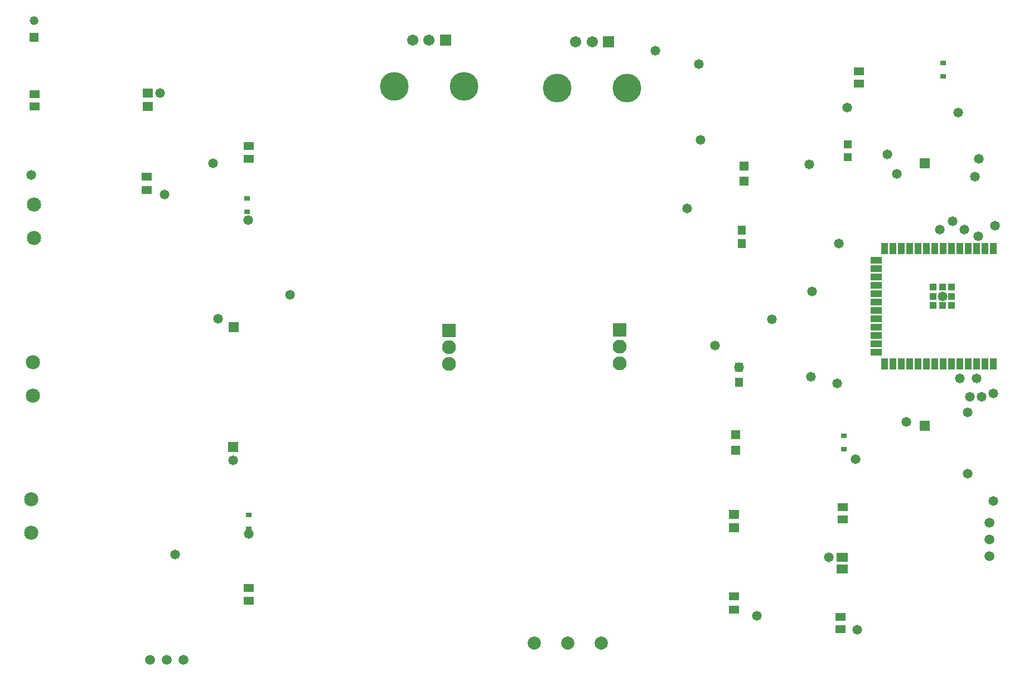
<source format=gts>
G04*
G04 #@! TF.GenerationSoftware,Altium Limited,Altium Designer,25.4.2 (15)*
G04*
G04 Layer_Color=8388736*
%FSLAX44Y44*%
%MOMM*%
G71*
G04*
G04 #@! TF.SameCoordinates,4A3AD181-7CB4-4688-AC2E-BB694ACB6322*
G04*
G04*
G04 #@! TF.FilePolarity,Negative*
G04*
G01*
G75*
%ADD16R,1.4986X1.3208*%
%ADD22R,1.4986X1.2700*%
%ADD23R,0.9398X0.7620*%
%ADD25R,1.2508X1.2088*%
%ADD28R,1.1032X1.7032*%
%ADD29R,1.7032X1.1032*%
%ADD30R,1.1032X1.1032*%
%ADD31R,1.1532X1.4032*%
%ADD32R,1.3032X1.4532*%
%ADD33R,1.6532X1.3532*%
%ADD34R,1.6032X1.2532*%
%ADD35R,1.3532X1.3532*%
%ADD36C,1.4986*%
%ADD37R,2.1232X2.1232*%
%ADD38C,2.1232*%
%ADD39R,1.4986X1.4986*%
%ADD40R,1.4986X1.4986*%
%ADD41R,1.3208X1.3208*%
%ADD42C,1.3208*%
%ADD43R,1.7032X1.7032*%
%ADD44C,1.7032*%
%ADD45C,4.3582*%
%ADD46C,2.1532*%
%ADD47C,2.0032*%
%ADD48C,1.4732*%
D16*
X481330Y1137666D02*
D03*
Y1117600D02*
D03*
X1371600Y497840D02*
D03*
Y477774D02*
D03*
D22*
Y352933D02*
D03*
Y373507D02*
D03*
X480060Y990473D02*
D03*
Y1011047D02*
D03*
D23*
X632460Y957326D02*
D03*
Y977900D02*
D03*
X635000Y476123D02*
D03*
Y496697D02*
D03*
X1689100Y1163320D02*
D03*
Y1183894D02*
D03*
X1537970Y596773D02*
D03*
Y617347D02*
D03*
D25*
X1544320Y1059834D02*
D03*
Y1040746D02*
D03*
D28*
X1765000Y901840D02*
D03*
X1752300D02*
D03*
X1739600D02*
D03*
X1726900D02*
D03*
X1714200D02*
D03*
X1701500D02*
D03*
X1688800D02*
D03*
X1676100D02*
D03*
X1663400D02*
D03*
X1650700D02*
D03*
X1638000D02*
D03*
X1625300D02*
D03*
X1612600D02*
D03*
X1599900D02*
D03*
Y726840D02*
D03*
X1612600D02*
D03*
X1625300D02*
D03*
X1638000D02*
D03*
X1650700D02*
D03*
X1663400D02*
D03*
X1676100D02*
D03*
X1688800D02*
D03*
X1701500D02*
D03*
X1714200D02*
D03*
X1726900D02*
D03*
X1739600D02*
D03*
X1752300D02*
D03*
X1765000D02*
D03*
D29*
X1587400Y884190D02*
D03*
Y871490D02*
D03*
Y858790D02*
D03*
Y846090D02*
D03*
Y833390D02*
D03*
Y820690D02*
D03*
Y807990D02*
D03*
Y795290D02*
D03*
Y782590D02*
D03*
Y769890D02*
D03*
Y757190D02*
D03*
Y744490D02*
D03*
D30*
X1687800Y829340D02*
D03*
Y815340D02*
D03*
X1701800D02*
D03*
Y829340D02*
D03*
Y843340D02*
D03*
X1687800D02*
D03*
X1673800D02*
D03*
Y829340D02*
D03*
Y815340D02*
D03*
D31*
X1383030Y929980D02*
D03*
Y908980D02*
D03*
D32*
X1379220Y698180D02*
D03*
Y721680D02*
D03*
D33*
X1535430Y433070D02*
D03*
Y415070D02*
D03*
D34*
X1536700Y490270D02*
D03*
Y509270D02*
D03*
X1560830Y1151940D02*
D03*
Y1170940D02*
D03*
X635000Y1038250D02*
D03*
Y1057250D02*
D03*
Y367030D02*
D03*
Y386030D02*
D03*
X1532890Y323240D02*
D03*
Y342240D02*
D03*
X309880Y1117600D02*
D03*
Y1136600D02*
D03*
D35*
X1374140Y618810D02*
D03*
Y595310D02*
D03*
X1386840Y1027430D02*
D03*
Y1003930D02*
D03*
D36*
X485140Y276860D02*
D03*
X510540D02*
D03*
X535940D02*
D03*
X1758950Y485140D02*
D03*
Y459740D02*
D03*
Y434340D02*
D03*
D37*
X1197610Y778510D02*
D03*
X938530Y777240D02*
D03*
D38*
X1197610Y753110D02*
D03*
Y727710D02*
D03*
X938530Y751840D02*
D03*
Y726440D02*
D03*
D39*
X1660930Y1031240D02*
D03*
Y632460D02*
D03*
D40*
X610870Y600480D02*
D03*
X612140Y782090D02*
D03*
D41*
X308610Y1223010D02*
D03*
D42*
Y1248410D02*
D03*
D43*
X933390Y1218080D02*
D03*
X1181040Y1215540D02*
D03*
D44*
X908390Y1218080D02*
D03*
X883390D02*
D03*
X1156040Y1215540D02*
D03*
X1131040D02*
D03*
D45*
X961390Y1148080D02*
D03*
X855390D02*
D03*
X1209040Y1145540D02*
D03*
X1103040D02*
D03*
D46*
X304800Y520700D02*
D03*
Y469900D02*
D03*
X307340Y728980D02*
D03*
Y678180D02*
D03*
X308610Y969010D02*
D03*
Y918210D02*
D03*
D47*
X1068070Y302260D02*
D03*
X1118870D02*
D03*
X1169670D02*
D03*
D48*
X1767257Y936405D02*
D03*
X1742440Y920750D02*
D03*
X1742509Y1038290D02*
D03*
X1711960Y1108710D02*
D03*
X1737361Y1010921D02*
D03*
X1527810Y697230D02*
D03*
X588010Y795020D02*
D03*
X610870Y580390D02*
D03*
X1604010Y1045210D02*
D03*
X1687800Y829340D02*
D03*
X304800Y1013460D02*
D03*
X1725930Y560070D02*
D03*
X1515110Y433070D02*
D03*
X1558290Y322580D02*
D03*
X1765300Y518160D02*
D03*
X1725930Y652780D02*
D03*
X1633220Y638810D02*
D03*
X500380Y1137920D02*
D03*
X633730Y944880D02*
D03*
X635000Y468630D02*
D03*
X506730Y984250D02*
D03*
X1405890Y344170D02*
D03*
X1555750Y581660D02*
D03*
X1765300Y681990D02*
D03*
X1747520Y676910D02*
D03*
X1729740D02*
D03*
X1739900Y704850D02*
D03*
X1714500D02*
D03*
X1703070Y943610D02*
D03*
X1485322Y1029687D02*
D03*
X1543050Y1116330D02*
D03*
X1318260Y1182370D02*
D03*
X1252220Y1202690D02*
D03*
X1300480Y962660D02*
D03*
X1429174Y794476D02*
D03*
X1342390Y754380D02*
D03*
X1379220Y721680D02*
D03*
X1320800Y1066800D02*
D03*
X580390Y1031240D02*
D03*
X1489710Y836930D02*
D03*
X1530350Y909320D02*
D03*
X1488440Y707390D02*
D03*
X1618105Y1014934D02*
D03*
X1720850Y930910D02*
D03*
X1684020D02*
D03*
X697230Y831850D02*
D03*
X523240Y436880D02*
D03*
M02*

</source>
